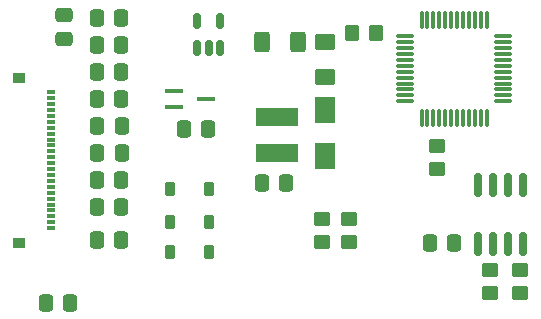
<source format=gbp>
%TF.GenerationSoftware,KiCad,Pcbnew,7.0.5*%
%TF.CreationDate,2023-07-22T13:56:16+02:00*%
%TF.ProjectId,eink-NFC,65696e6b-2d4e-4464-932e-6b696361645f,rev?*%
%TF.SameCoordinates,Original*%
%TF.FileFunction,Paste,Bot*%
%TF.FilePolarity,Positive*%
%FSLAX46Y46*%
G04 Gerber Fmt 4.6, Leading zero omitted, Abs format (unit mm)*
G04 Created by KiCad (PCBNEW 7.0.5) date 2023-07-22 13:56:16*
%MOMM*%
%LPD*%
G01*
G04 APERTURE LIST*
G04 Aperture macros list*
%AMRoundRect*
0 Rectangle with rounded corners*
0 $1 Rounding radius*
0 $2 $3 $4 $5 $6 $7 $8 $9 X,Y pos of 4 corners*
0 Add a 4 corners polygon primitive as box body*
4,1,4,$2,$3,$4,$5,$6,$7,$8,$9,$2,$3,0*
0 Add four circle primitives for the rounded corners*
1,1,$1+$1,$2,$3*
1,1,$1+$1,$4,$5*
1,1,$1+$1,$6,$7*
1,1,$1+$1,$8,$9*
0 Add four rect primitives between the rounded corners*
20,1,$1+$1,$2,$3,$4,$5,0*
20,1,$1+$1,$4,$5,$6,$7,0*
20,1,$1+$1,$6,$7,$8,$9,0*
20,1,$1+$1,$8,$9,$2,$3,0*%
G04 Aperture macros list end*
%ADD10RoundRect,0.075000X-0.075000X-0.662500X0.075000X-0.662500X0.075000X0.662500X-0.075000X0.662500X0*%
%ADD11RoundRect,0.075000X-0.662500X-0.075000X0.662500X-0.075000X0.662500X0.075000X-0.662500X0.075000X0*%
%ADD12R,1.500000X0.450000*%
%ADD13RoundRect,0.150000X0.150000X-0.512500X0.150000X0.512500X-0.150000X0.512500X-0.150000X-0.512500X0*%
%ADD14RoundRect,0.150000X-0.150000X0.825000X-0.150000X-0.825000X0.150000X-0.825000X0.150000X0.825000X0*%
%ADD15RoundRect,0.250000X0.337500X0.475000X-0.337500X0.475000X-0.337500X-0.475000X0.337500X-0.475000X0*%
%ADD16R,3.600000X1.500000*%
%ADD17RoundRect,0.250000X-0.350000X-0.450000X0.350000X-0.450000X0.350000X0.450000X-0.350000X0.450000X0*%
%ADD18RoundRect,0.250000X-0.475000X0.337500X-0.475000X-0.337500X0.475000X-0.337500X0.475000X0.337500X0*%
%ADD19R,0.800000X0.300000*%
%ADD20R,1.000000X0.950000*%
%ADD21RoundRect,0.250000X0.400000X0.625000X-0.400000X0.625000X-0.400000X-0.625000X0.400000X-0.625000X0*%
%ADD22RoundRect,0.225000X-0.225000X-0.375000X0.225000X-0.375000X0.225000X0.375000X-0.225000X0.375000X0*%
%ADD23RoundRect,0.250000X0.450000X-0.350000X0.450000X0.350000X-0.450000X0.350000X-0.450000X-0.350000X0*%
%ADD24RoundRect,0.250001X0.624999X-0.462499X0.624999X0.462499X-0.624999X0.462499X-0.624999X-0.462499X0*%
%ADD25R,1.701800X2.209800*%
%ADD26RoundRect,0.250000X-0.450000X0.350000X-0.450000X-0.350000X0.450000X-0.350000X0.450000X0.350000X0*%
%ADD27RoundRect,0.250000X-0.337500X-0.475000X0.337500X-0.475000X0.337500X0.475000X-0.337500X0.475000X0*%
%ADD28RoundRect,0.225000X0.225000X0.375000X-0.225000X0.375000X-0.225000X-0.375000X0.225000X-0.375000X0*%
G04 APERTURE END LIST*
D10*
%TO.C,U1*%
X149163500Y-78329500D03*
X149663500Y-78329500D03*
X150163500Y-78329500D03*
X150663500Y-78329500D03*
X151163500Y-78329500D03*
X151663500Y-78329500D03*
X152163500Y-78329500D03*
X152663500Y-78329500D03*
X153163500Y-78329500D03*
X153663500Y-78329500D03*
X154163500Y-78329500D03*
X154663500Y-78329500D03*
D11*
X156076000Y-76917000D03*
X156076000Y-76417000D03*
X156076000Y-75917000D03*
X156076000Y-75417000D03*
X156076000Y-74917000D03*
X156076000Y-74417000D03*
X156076000Y-73917000D03*
X156076000Y-73417000D03*
X156076000Y-72917000D03*
X156076000Y-72417000D03*
X156076000Y-71917000D03*
X156076000Y-71417000D03*
D10*
X154663500Y-70004500D03*
X154163500Y-70004500D03*
X153663500Y-70004500D03*
X153163500Y-70004500D03*
X152663500Y-70004500D03*
X152163500Y-70004500D03*
X151663500Y-70004500D03*
X151163500Y-70004500D03*
X150663500Y-70004500D03*
X150163500Y-70004500D03*
X149663500Y-70004500D03*
X149163500Y-70004500D03*
D11*
X147751000Y-71417000D03*
X147751000Y-71917000D03*
X147751000Y-72417000D03*
X147751000Y-72917000D03*
X147751000Y-73417000D03*
X147751000Y-73917000D03*
X147751000Y-74417000D03*
X147751000Y-74917000D03*
X147751000Y-75417000D03*
X147751000Y-75917000D03*
X147751000Y-76417000D03*
X147751000Y-76917000D03*
%TD*%
D12*
%TO.C,Q1*%
X128210000Y-77358000D03*
X128210000Y-76058000D03*
X130870000Y-76708000D03*
%TD*%
D13*
%TO.C,U2*%
X132080000Y-72379000D03*
X131130000Y-72379000D03*
X130180000Y-72379000D03*
X130180000Y-70104000D03*
X132080000Y-70104000D03*
%TD*%
D14*
%TO.C,RF1*%
X153949400Y-88987400D03*
X155219400Y-88987400D03*
X156489400Y-88987400D03*
X157759400Y-88987400D03*
X157759400Y-84037400D03*
X156489400Y-84037400D03*
X155219400Y-84037400D03*
X153949400Y-84037400D03*
%TD*%
D15*
%TO.C,C15*%
X151913500Y-88900000D03*
X149838500Y-88900000D03*
%TD*%
D16*
%TO.C,L1*%
X136927500Y-78232000D03*
X136927500Y-81282000D03*
%TD*%
D15*
%TO.C,C12*%
X123719500Y-69850000D03*
X121644500Y-69850000D03*
%TD*%
D17*
%TO.C,R4*%
X143309500Y-71120000D03*
X145309500Y-71120000D03*
%TD*%
D15*
%TO.C,C7*%
X123762500Y-81280000D03*
X121687500Y-81280000D03*
%TD*%
D18*
%TO.C,C13*%
X118893500Y-69574500D03*
X118893500Y-71649500D03*
%TD*%
D15*
%TO.C,C6*%
X123719500Y-83566000D03*
X121644500Y-83566000D03*
%TD*%
D19*
%TO.C,J3*%
X117762000Y-87655000D03*
X117762000Y-87155000D03*
X117762000Y-86655000D03*
X117762000Y-86155000D03*
X117762000Y-85655000D03*
X117762000Y-85155000D03*
X117762000Y-84655000D03*
X117762000Y-84155000D03*
X117762000Y-83655000D03*
X117762000Y-83155000D03*
X117762000Y-82655000D03*
X117762000Y-82155000D03*
X117762000Y-81655000D03*
X117762000Y-81155000D03*
X117762000Y-80655000D03*
X117762000Y-80155000D03*
X117762000Y-79655000D03*
X117762000Y-79155000D03*
X117762000Y-78655000D03*
X117762000Y-78155000D03*
X117762000Y-77655000D03*
X117762000Y-77155000D03*
X117762000Y-76655000D03*
X117762000Y-76155000D03*
D20*
X115062000Y-88880000D03*
X115062000Y-74930000D03*
%TD*%
D21*
%TO.C,R7*%
X138731500Y-71882000D03*
X135631500Y-71882000D03*
%TD*%
D22*
%TO.C,D3*%
X127890000Y-84328000D03*
X131190000Y-84328000D03*
%TD*%
D23*
%TO.C,R5*%
X154940000Y-93186000D03*
X154940000Y-91186000D03*
%TD*%
D24*
%TO.C,F1*%
X140991500Y-74893500D03*
X140991500Y-71918500D03*
%TD*%
D15*
%TO.C,C10*%
X123719500Y-74422000D03*
X121644500Y-74422000D03*
%TD*%
%TO.C,C3*%
X137711000Y-83820000D03*
X135636000Y-83820000D03*
%TD*%
D25*
%TO.C,CR1*%
X140991500Y-81534000D03*
X140991500Y-77673200D03*
%TD*%
D23*
%TO.C,R6*%
X157480000Y-93186000D03*
X157480000Y-91186000D03*
%TD*%
D15*
%TO.C,C9*%
X123719500Y-76708000D03*
X121644500Y-76708000D03*
%TD*%
D26*
%TO.C,R3*%
X150495000Y-80686400D03*
X150495000Y-82686400D03*
%TD*%
D22*
%TO.C,D1*%
X127890000Y-89662000D03*
X131190000Y-89662000D03*
%TD*%
D15*
%TO.C,C14*%
X123719500Y-88646000D03*
X121644500Y-88646000D03*
%TD*%
%TO.C,C8*%
X123762500Y-78994000D03*
X121687500Y-78994000D03*
%TD*%
%TO.C,C5*%
X123719500Y-85852000D03*
X121644500Y-85852000D03*
%TD*%
D23*
%TO.C,R2*%
X143023500Y-88868000D03*
X143023500Y-86868000D03*
%TD*%
D15*
%TO.C,C2*%
X131085500Y-79248000D03*
X129010500Y-79248000D03*
%TD*%
D23*
%TO.C,R1*%
X140737500Y-88868000D03*
X140737500Y-86868000D03*
%TD*%
D27*
%TO.C,C1*%
X117348000Y-93980000D03*
X119423000Y-93980000D03*
%TD*%
D28*
%TO.C,D2*%
X131190000Y-87122000D03*
X127890000Y-87122000D03*
%TD*%
D15*
%TO.C,C11*%
X123719500Y-72136000D03*
X121644500Y-72136000D03*
%TD*%
M02*

</source>
